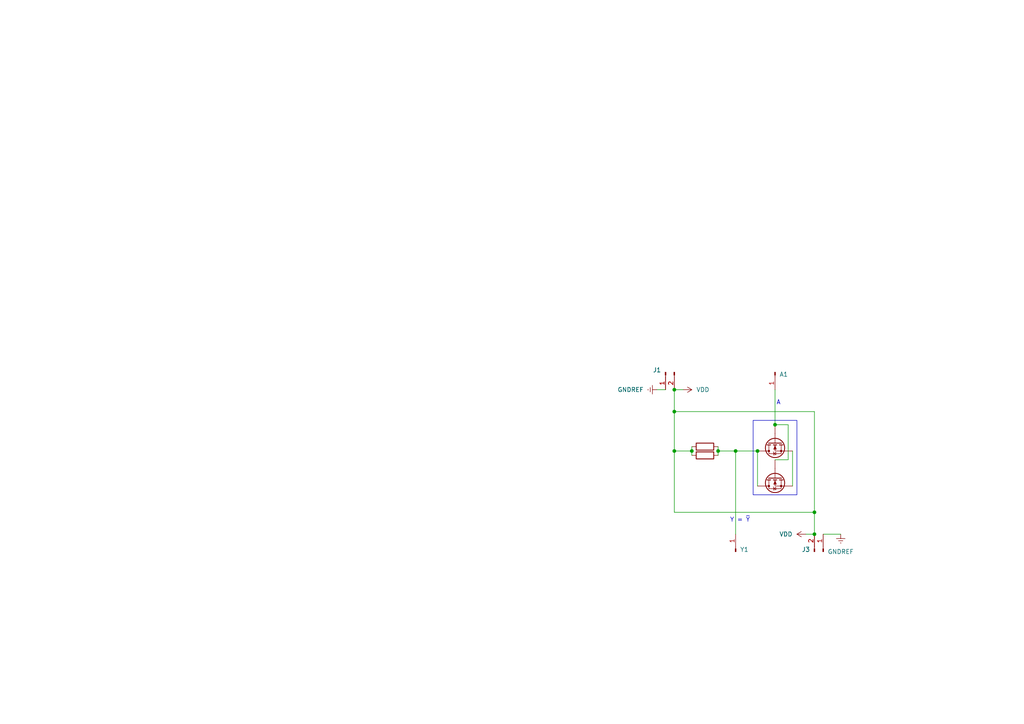
<source format=kicad_sch>
(kicad_sch
	(version 20250114)
	(generator "eeschema")
	(generator_version "9.0")
	(uuid "38b61d3a-980d-41e9-90d9-6607b9c2b652")
	(paper "A4")
	(title_block
		(title "NAND")
		(rev "1.0")
		(company "Cyborg Systems")
		(comment 1 "BlueChip")
	)
	(lib_symbols
		(symbol "2N7000_5"
			(pin_numbers
				(hide yes)
			)
			(pin_names
				(hide yes)
			)
			(exclude_from_sim no)
			(in_bom yes)
			(on_board yes)
			(property "Reference" "Q"
				(at 5.08 1.905 0)
				(effects
					(font
						(size 1.27 1.27)
					)
					(justify left)
				)
			)
			(property "Value" "2N7000"
				(at 5.08 0 0)
				(effects
					(font
						(size 1.27 1.27)
					)
					(justify left)
				)
			)
			(property "Footprint" "Package_TO_SOT_THT:TO-92_Inline"
				(at 5.08 -1.905 0)
				(effects
					(font
						(size 1.27 1.27)
						(italic yes)
					)
					(justify left)
					(hide yes)
				)
			)
			(property "Datasheet" "https://www.vishay.com/docs/70226/70226.pdf"
				(at 5.08 -3.81 0)
				(effects
					(font
						(size 1.27 1.27)
					)
					(justify left)
					(hide yes)
				)
			)
			(property "Description" "0.2A Id, 200V Vds, N-Channel MOSFET, 2.6V Logic Level, TO-92"
				(at 0 0 0)
				(effects
					(font
						(size 1.27 1.27)
					)
					(hide yes)
				)
			)
			(property "ki_keywords" "N-Channel MOSFET Logic-Level"
				(at 0 0 0)
				(effects
					(font
						(size 1.27 1.27)
					)
					(hide yes)
				)
			)
			(property "ki_fp_filters" "TO?92*"
				(at 0 0 0)
				(effects
					(font
						(size 1.27 1.27)
					)
					(hide yes)
				)
			)
			(symbol "2N7000_5_0_1"
				(polyline
					(pts
						(xy 0.254 1.905) (xy 0.254 -1.905)
					)
					(stroke
						(width 0.254)
						(type default)
					)
					(fill
						(type none)
					)
				)
				(polyline
					(pts
						(xy 0.254 0) (xy -2.54 0)
					)
					(stroke
						(width 0)
						(type default)
					)
					(fill
						(type none)
					)
				)
				(polyline
					(pts
						(xy 0.762 2.286) (xy 0.762 1.27)
					)
					(stroke
						(width 0.254)
						(type default)
					)
					(fill
						(type none)
					)
				)
				(polyline
					(pts
						(xy 0.762 0.508) (xy 0.762 -0.508)
					)
					(stroke
						(width 0.254)
						(type default)
					)
					(fill
						(type none)
					)
				)
				(polyline
					(pts
						(xy 0.762 -1.27) (xy 0.762 -2.286)
					)
					(stroke
						(width 0.254)
						(type default)
					)
					(fill
						(type none)
					)
				)
				(polyline
					(pts
						(xy 0.762 -1.778) (xy 3.302 -1.778) (xy 3.302 1.778) (xy 0.762 1.778)
					)
					(stroke
						(width 0)
						(type default)
					)
					(fill
						(type none)
					)
				)
				(polyline
					(pts
						(xy 1.016 0) (xy 2.032 0.381) (xy 2.032 -0.381) (xy 1.016 0)
					)
					(stroke
						(width 0)
						(type default)
					)
					(fill
						(type outline)
					)
				)
				(circle
					(center 1.651 0)
					(radius 2.794)
					(stroke
						(width 0.254)
						(type default)
					)
					(fill
						(type none)
					)
				)
				(polyline
					(pts
						(xy 2.54 2.54) (xy 2.54 1.778)
					)
					(stroke
						(width 0)
						(type default)
					)
					(fill
						(type none)
					)
				)
				(circle
					(center 2.54 1.778)
					(radius 0.254)
					(stroke
						(width 0)
						(type default)
					)
					(fill
						(type outline)
					)
				)
				(circle
					(center 2.54 -1.778)
					(radius 0.254)
					(stroke
						(width 0)
						(type default)
					)
					(fill
						(type outline)
					)
				)
				(polyline
					(pts
						(xy 2.54 -2.54) (xy 2.54 0) (xy 0.762 0)
					)
					(stroke
						(width 0)
						(type default)
					)
					(fill
						(type none)
					)
				)
				(polyline
					(pts
						(xy 2.794 0.508) (xy 2.921 0.381) (xy 3.683 0.381) (xy 3.81 0.254)
					)
					(stroke
						(width 0)
						(type default)
					)
					(fill
						(type none)
					)
				)
				(polyline
					(pts
						(xy 3.302 0.381) (xy 2.921 -0.254) (xy 3.683 -0.254) (xy 3.302 0.381)
					)
					(stroke
						(width 0)
						(type default)
					)
					(fill
						(type none)
					)
				)
			)
			(symbol "2N7000_5_1_1"
				(pin input line
					(at -5.08 0 0)
					(length 2.54)
					(name "G"
						(effects
							(font
								(size 1.27 1.27)
							)
						)
					)
					(number "2"
						(effects
							(font
								(size 1.27 1.27)
							)
						)
					)
				)
				(pin passive line
					(at 2.54 5.08 270)
					(length 2.54)
					(name "D"
						(effects
							(font
								(size 1.27 1.27)
							)
						)
					)
					(number "3"
						(effects
							(font
								(size 1.27 1.27)
							)
						)
					)
				)
				(pin passive line
					(at 2.54 -5.08 90)
					(length 2.54)
					(name "S"
						(effects
							(font
								(size 1.27 1.27)
							)
						)
					)
					(number "1"
						(effects
							(font
								(size 1.27 1.27)
							)
						)
					)
				)
			)
			(embedded_fonts no)
		)
		(symbol "2N7000_6"
			(pin_numbers
				(hide yes)
			)
			(pin_names
				(hide yes)
			)
			(exclude_from_sim no)
			(in_bom yes)
			(on_board yes)
			(property "Reference" "Q"
				(at 5.08 1.905 0)
				(effects
					(font
						(size 1.27 1.27)
					)
					(justify left)
				)
			)
			(property "Value" "2N7000"
				(at 5.08 0 0)
				(effects
					(font
						(size 1.27 1.27)
					)
					(justify left)
				)
			)
			(property "Footprint" "Package_TO_SOT_THT:TO-92_Inline"
				(at 5.08 -1.905 0)
				(effects
					(font
						(size 1.27 1.27)
						(italic yes)
					)
					(justify left)
					(hide yes)
				)
			)
			(property "Datasheet" "https://www.vishay.com/docs/70226/70226.pdf"
				(at 5.08 -3.81 0)
				(effects
					(font
						(size 1.27 1.27)
					)
					(justify left)
					(hide yes)
				)
			)
			(property "Description" "0.2A Id, 200V Vds, N-Channel MOSFET, 2.6V Logic Level, TO-92"
				(at 0 0 0)
				(effects
					(font
						(size 1.27 1.27)
					)
					(hide yes)
				)
			)
			(property "ki_keywords" "N-Channel MOSFET Logic-Level"
				(at 0 0 0)
				(effects
					(font
						(size 1.27 1.27)
					)
					(hide yes)
				)
			)
			(property "ki_fp_filters" "TO?92*"
				(at 0 0 0)
				(effects
					(font
						(size 1.27 1.27)
					)
					(hide yes)
				)
			)
			(symbol "2N7000_6_0_1"
				(polyline
					(pts
						(xy 0.254 1.905) (xy 0.254 -1.905)
					)
					(stroke
						(width 0.254)
						(type default)
					)
					(fill
						(type none)
					)
				)
				(polyline
					(pts
						(xy 0.254 0) (xy -2.54 0)
					)
					(stroke
						(width 0)
						(type default)
					)
					(fill
						(type none)
					)
				)
				(polyline
					(pts
						(xy 0.762 2.286) (xy 0.762 1.27)
					)
					(stroke
						(width 0.254)
						(type default)
					)
					(fill
						(type none)
					)
				)
				(polyline
					(pts
						(xy 0.762 0.508) (xy 0.762 -0.508)
					)
					(stroke
						(width 0.254)
						(type default)
					)
					(fill
						(type none)
					)
				)
				(polyline
					(pts
						(xy 0.762 -1.27) (xy 0.762 -2.286)
					)
					(stroke
						(width 0.254)
						(type default)
					)
					(fill
						(type none)
					)
				)
				(polyline
					(pts
						(xy 0.762 -1.778) (xy 3.302 -1.778) (xy 3.302 1.778) (xy 0.762 1.778)
					)
					(stroke
						(width 0)
						(type default)
					)
					(fill
						(type none)
					)
				)
				(polyline
					(pts
						(xy 1.016 0) (xy 2.032 0.381) (xy 2.032 -0.381) (xy 1.016 0)
					)
					(stroke
						(width 0)
						(type default)
					)
					(fill
						(type outline)
					)
				)
				(circle
					(center 1.651 0)
					(radius 2.794)
					(stroke
						(width 0.254)
						(type default)
					)
					(fill
						(type none)
					)
				)
				(polyline
					(pts
						(xy 2.54 2.54) (xy 2.54 1.778)
					)
					(stroke
						(width 0)
						(type default)
					)
					(fill
						(type none)
					)
				)
				(circle
					(center 2.54 1.778)
					(radius 0.254)
					(stroke
						(width 0)
						(type default)
					)
					(fill
						(type outline)
					)
				)
				(circle
					(center 2.54 -1.778)
					(radius 0.254)
					(stroke
						(width 0)
						(type default)
					)
					(fill
						(type outline)
					)
				)
				(polyline
					(pts
						(xy 2.54 -2.54) (xy 2.54 0) (xy 0.762 0)
					)
					(stroke
						(width 0)
						(type default)
					)
					(fill
						(type none)
					)
				)
				(polyline
					(pts
						(xy 2.794 0.508) (xy 2.921 0.381) (xy 3.683 0.381) (xy 3.81 0.254)
					)
					(stroke
						(width 0)
						(type default)
					)
					(fill
						(type none)
					)
				)
				(polyline
					(pts
						(xy 3.302 0.381) (xy 2.921 -0.254) (xy 3.683 -0.254) (xy 3.302 0.381)
					)
					(stroke
						(width 0)
						(type default)
					)
					(fill
						(type none)
					)
				)
			)
			(symbol "2N7000_6_1_1"
				(pin input line
					(at -5.08 0 0)
					(length 2.54)
					(name "G"
						(effects
							(font
								(size 1.27 1.27)
							)
						)
					)
					(number "2"
						(effects
							(font
								(size 1.27 1.27)
							)
						)
					)
				)
				(pin passive line
					(at 2.54 5.08 270)
					(length 2.54)
					(name "D"
						(effects
							(font
								(size 1.27 1.27)
							)
						)
					)
					(number "3"
						(effects
							(font
								(size 1.27 1.27)
							)
						)
					)
				)
				(pin passive line
					(at 2.54 -5.08 90)
					(length 2.54)
					(name "S"
						(effects
							(font
								(size 1.27 1.27)
							)
						)
					)
					(number "1"
						(effects
							(font
								(size 1.27 1.27)
							)
						)
					)
				)
			)
			(embedded_fonts no)
		)
		(symbol "Connector:Conn_01x01_Pin"
			(pin_names
				(offset 1.016)
				(hide yes)
			)
			(exclude_from_sim no)
			(in_bom yes)
			(on_board yes)
			(property "Reference" "J"
				(at 0 2.54 0)
				(effects
					(font
						(size 1.27 1.27)
					)
				)
			)
			(property "Value" "Conn_01x01_Pin"
				(at 0 -2.54 0)
				(effects
					(font
						(size 1.27 1.27)
					)
				)
			)
			(property "Footprint" ""
				(at 0 0 0)
				(effects
					(font
						(size 1.27 1.27)
					)
					(hide yes)
				)
			)
			(property "Datasheet" "~"
				(at 0 0 0)
				(effects
					(font
						(size 1.27 1.27)
					)
					(hide yes)
				)
			)
			(property "Description" "Generic connector, single row, 01x01, script generated"
				(at 0 0 0)
				(effects
					(font
						(size 1.27 1.27)
					)
					(hide yes)
				)
			)
			(property "ki_locked" ""
				(at 0 0 0)
				(effects
					(font
						(size 1.27 1.27)
					)
				)
			)
			(property "ki_keywords" "connector"
				(at 0 0 0)
				(effects
					(font
						(size 1.27 1.27)
					)
					(hide yes)
				)
			)
			(property "ki_fp_filters" "Connector*:*_1x??_*"
				(at 0 0 0)
				(effects
					(font
						(size 1.27 1.27)
					)
					(hide yes)
				)
			)
			(symbol "Conn_01x01_Pin_1_1"
				(rectangle
					(start 0.8636 0.127)
					(end 0 -0.127)
					(stroke
						(width 0.1524)
						(type default)
					)
					(fill
						(type outline)
					)
				)
				(polyline
					(pts
						(xy 1.27 0) (xy 0.8636 0)
					)
					(stroke
						(width 0.1524)
						(type default)
					)
					(fill
						(type none)
					)
				)
				(pin passive line
					(at 5.08 0 180)
					(length 3.81)
					(name "Pin_1"
						(effects
							(font
								(size 1.27 1.27)
							)
						)
					)
					(number "1"
						(effects
							(font
								(size 1.27 1.27)
							)
						)
					)
				)
			)
			(embedded_fonts no)
		)
		(symbol "Connector:Conn_01x02_Pin"
			(pin_names
				(offset 1.016)
				(hide yes)
			)
			(exclude_from_sim no)
			(in_bom yes)
			(on_board yes)
			(property "Reference" "J"
				(at 0 2.54 0)
				(effects
					(font
						(size 1.27 1.27)
					)
				)
			)
			(property "Value" "Conn_01x02_Pin"
				(at 0 -5.08 0)
				(effects
					(font
						(size 1.27 1.27)
					)
				)
			)
			(property "Footprint" ""
				(at 0 0 0)
				(effects
					(font
						(size 1.27 1.27)
					)
					(hide yes)
				)
			)
			(property "Datasheet" "~"
				(at 0 0 0)
				(effects
					(font
						(size 1.27 1.27)
					)
					(hide yes)
				)
			)
			(property "Description" "Generic connector, single row, 01x02, script generated"
				(at 0 0 0)
				(effects
					(font
						(size 1.27 1.27)
					)
					(hide yes)
				)
			)
			(property "ki_locked" ""
				(at 0 0 0)
				(effects
					(font
						(size 1.27 1.27)
					)
				)
			)
			(property "ki_keywords" "connector"
				(at 0 0 0)
				(effects
					(font
						(size 1.27 1.27)
					)
					(hide yes)
				)
			)
			(property "ki_fp_filters" "Connector*:*_1x??_*"
				(at 0 0 0)
				(effects
					(font
						(size 1.27 1.27)
					)
					(hide yes)
				)
			)
			(symbol "Conn_01x02_Pin_1_1"
				(rectangle
					(start 0.8636 0.127)
					(end 0 -0.127)
					(stroke
						(width 0.1524)
						(type default)
					)
					(fill
						(type outline)
					)
				)
				(rectangle
					(start 0.8636 -2.413)
					(end 0 -2.667)
					(stroke
						(width 0.1524)
						(type default)
					)
					(fill
						(type outline)
					)
				)
				(polyline
					(pts
						(xy 1.27 0) (xy 0.8636 0)
					)
					(stroke
						(width 0.1524)
						(type default)
					)
					(fill
						(type none)
					)
				)
				(polyline
					(pts
						(xy 1.27 -2.54) (xy 0.8636 -2.54)
					)
					(stroke
						(width 0.1524)
						(type default)
					)
					(fill
						(type none)
					)
				)
				(pin passive line
					(at 5.08 0 180)
					(length 3.81)
					(name "Pin_1"
						(effects
							(font
								(size 1.27 1.27)
							)
						)
					)
					(number "1"
						(effects
							(font
								(size 1.27 1.27)
							)
						)
					)
				)
				(pin passive line
					(at 5.08 -2.54 180)
					(length 3.81)
					(name "Pin_2"
						(effects
							(font
								(size 1.27 1.27)
							)
						)
					)
					(number "2"
						(effects
							(font
								(size 1.27 1.27)
							)
						)
					)
				)
			)
			(embedded_fonts no)
		)
		(symbol "Device:R"
			(pin_numbers
				(hide yes)
			)
			(pin_names
				(offset 0)
			)
			(exclude_from_sim no)
			(in_bom yes)
			(on_board yes)
			(property "Reference" "R"
				(at 2.032 0 90)
				(effects
					(font
						(size 1.27 1.27)
					)
				)
			)
			(property "Value" "R"
				(at 0 0 90)
				(effects
					(font
						(size 1.27 1.27)
					)
				)
			)
			(property "Footprint" ""
				(at -1.778 0 90)
				(effects
					(font
						(size 1.27 1.27)
					)
					(hide yes)
				)
			)
			(property "Datasheet" "~"
				(at 0 0 0)
				(effects
					(font
						(size 1.27 1.27)
					)
					(hide yes)
				)
			)
			(property "Description" "Resistor"
				(at 0 0 0)
				(effects
					(font
						(size 1.27 1.27)
					)
					(hide yes)
				)
			)
			(property "ki_keywords" "R res resistor"
				(at 0 0 0)
				(effects
					(font
						(size 1.27 1.27)
					)
					(hide yes)
				)
			)
			(property "ki_fp_filters" "R_*"
				(at 0 0 0)
				(effects
					(font
						(size 1.27 1.27)
					)
					(hide yes)
				)
			)
			(symbol "R_0_1"
				(rectangle
					(start -1.016 -2.54)
					(end 1.016 2.54)
					(stroke
						(width 0.254)
						(type default)
					)
					(fill
						(type none)
					)
				)
			)
			(symbol "R_1_1"
				(pin passive line
					(at 0 3.81 270)
					(length 1.27)
					(name "~"
						(effects
							(font
								(size 1.27 1.27)
							)
						)
					)
					(number "1"
						(effects
							(font
								(size 1.27 1.27)
							)
						)
					)
				)
				(pin passive line
					(at 0 -3.81 90)
					(length 1.27)
					(name "~"
						(effects
							(font
								(size 1.27 1.27)
							)
						)
					)
					(number "2"
						(effects
							(font
								(size 1.27 1.27)
							)
						)
					)
				)
			)
			(embedded_fonts no)
		)
		(symbol "power:GNDREF"
			(power)
			(pin_numbers
				(hide yes)
			)
			(pin_names
				(offset 0)
				(hide yes)
			)
			(exclude_from_sim no)
			(in_bom yes)
			(on_board yes)
			(property "Reference" "#PWR"
				(at 0 -6.35 0)
				(effects
					(font
						(size 1.27 1.27)
					)
					(hide yes)
				)
			)
			(property "Value" "GNDREF"
				(at 0 -3.81 0)
				(effects
					(font
						(size 1.27 1.27)
					)
				)
			)
			(property "Footprint" ""
				(at 0 0 0)
				(effects
					(font
						(size 1.27 1.27)
					)
					(hide yes)
				)
			)
			(property "Datasheet" ""
				(at 0 0 0)
				(effects
					(font
						(size 1.27 1.27)
					)
					(hide yes)
				)
			)
			(property "Description" "Power symbol creates a global label with name \"GNDREF\" , reference supply ground"
				(at 0 0 0)
				(effects
					(font
						(size 1.27 1.27)
					)
					(hide yes)
				)
			)
			(property "ki_keywords" "global power"
				(at 0 0 0)
				(effects
					(font
						(size 1.27 1.27)
					)
					(hide yes)
				)
			)
			(symbol "GNDREF_0_1"
				(polyline
					(pts
						(xy -0.635 -1.905) (xy 0.635 -1.905)
					)
					(stroke
						(width 0)
						(type default)
					)
					(fill
						(type none)
					)
				)
				(polyline
					(pts
						(xy -0.127 -2.54) (xy 0.127 -2.54)
					)
					(stroke
						(width 0)
						(type default)
					)
					(fill
						(type none)
					)
				)
				(polyline
					(pts
						(xy 0 -1.27) (xy 0 0)
					)
					(stroke
						(width 0)
						(type default)
					)
					(fill
						(type none)
					)
				)
				(polyline
					(pts
						(xy 1.27 -1.27) (xy -1.27 -1.27)
					)
					(stroke
						(width 0)
						(type default)
					)
					(fill
						(type none)
					)
				)
			)
			(symbol "GNDREF_1_1"
				(pin power_in line
					(at 0 0 270)
					(length 0)
					(name "~"
						(effects
							(font
								(size 1.27 1.27)
							)
						)
					)
					(number "1"
						(effects
							(font
								(size 1.27 1.27)
							)
						)
					)
				)
			)
			(embedded_fonts no)
		)
		(symbol "power:VDD"
			(power)
			(pin_numbers
				(hide yes)
			)
			(pin_names
				(offset 0)
				(hide yes)
			)
			(exclude_from_sim no)
			(in_bom yes)
			(on_board yes)
			(property "Reference" "#PWR"
				(at 0 -3.81 0)
				(effects
					(font
						(size 1.27 1.27)
					)
					(hide yes)
				)
			)
			(property "Value" "VDD"
				(at 0 3.556 0)
				(effects
					(font
						(size 1.27 1.27)
					)
				)
			)
			(property "Footprint" ""
				(at 0 0 0)
				(effects
					(font
						(size 1.27 1.27)
					)
					(hide yes)
				)
			)
			(property "Datasheet" ""
				(at 0 0 0)
				(effects
					(font
						(size 1.27 1.27)
					)
					(hide yes)
				)
			)
			(property "Description" "Power symbol creates a global label with name \"VDD\""
				(at 0 0 0)
				(effects
					(font
						(size 1.27 1.27)
					)
					(hide yes)
				)
			)
			(property "ki_keywords" "global power"
				(at 0 0 0)
				(effects
					(font
						(size 1.27 1.27)
					)
					(hide yes)
				)
			)
			(symbol "VDD_0_1"
				(polyline
					(pts
						(xy -0.762 1.27) (xy 0 2.54)
					)
					(stroke
						(width 0)
						(type default)
					)
					(fill
						(type none)
					)
				)
				(polyline
					(pts
						(xy 0 2.54) (xy 0.762 1.27)
					)
					(stroke
						(width 0)
						(type default)
					)
					(fill
						(type none)
					)
				)
				(polyline
					(pts
						(xy 0 0) (xy 0 2.54)
					)
					(stroke
						(width 0)
						(type default)
					)
					(fill
						(type none)
					)
				)
			)
			(symbol "VDD_1_1"
				(pin power_in line
					(at 0 0 90)
					(length 0)
					(name "~"
						(effects
							(font
								(size 1.27 1.27)
							)
						)
					)
					(number "1"
						(effects
							(font
								(size 1.27 1.27)
							)
						)
					)
				)
			)
			(embedded_fonts no)
		)
	)
	(rectangle
		(start 218.44 121.92)
		(end 231.14 143.51)
		(stroke
			(width 0)
			(type default)
		)
		(fill
			(type none)
		)
		(uuid 498f5288-4282-46f4-83d2-c9c644a6f1bf)
	)
	(text "Y = ~{Y}"
		(exclude_from_sim no)
		(at 214.63 150.876 0)
		(effects
			(font
				(size 1.27 1.27)
			)
		)
		(uuid "9d215df9-bd44-4112-9990-47d3bd92ef8a")
	)
	(text "A"
		(exclude_from_sim no)
		(at 225.806 116.84 0)
		(effects
			(font
				(size 1.27 1.27)
			)
		)
		(uuid "a4616ef1-eb33-4252-bca3-2f7ec1b2df3b")
	)
	(junction
		(at 195.58 113.03)
		(diameter 0)
		(color 0 0 0 0)
		(uuid "125e6b5e-084c-4575-af11-5bd7f7016d63")
	)
	(junction
		(at 200.66 130.81)
		(diameter 0)
		(color 0 0 0 0)
		(uuid "24d1f6b5-591c-4cd4-8e2a-8af5784889fd")
	)
	(junction
		(at 213.36 130.81)
		(diameter 0)
		(color 0 0 0 0)
		(uuid "261263e4-3c57-47d9-b0e5-cabd3cdc2d3a")
	)
	(junction
		(at 208.28 130.81)
		(diameter 0)
		(color 0 0 0 0)
		(uuid "2796aac5-d613-4c9e-becc-c209be3d61ea")
	)
	(junction
		(at 224.79 123.19)
		(diameter 0)
		(color 0 0 0 0)
		(uuid "39a66b68-6852-407a-a0b3-14b727280d98")
	)
	(junction
		(at 195.58 130.81)
		(diameter 0)
		(color 0 0 0 0)
		(uuid "6a98f719-32af-4fee-82f0-57afbe6acd23")
	)
	(junction
		(at 236.22 148.59)
		(diameter 0)
		(color 0 0 0 0)
		(uuid "75f67fc5-d4b5-4677-8478-7c8174de07d0")
	)
	(junction
		(at 219.71 130.81)
		(diameter 0)
		(color 0 0 0 0)
		(uuid "76ab2393-64c0-48b0-b124-d340021edb1c")
	)
	(junction
		(at 236.22 154.94)
		(diameter 0)
		(color 0 0 0 0)
		(uuid "7e849bba-b303-4fbb-8327-86ac59e800b9")
	)
	(junction
		(at 195.58 119.38)
		(diameter 0)
		(color 0 0 0 0)
		(uuid "88d9ce10-c324-4023-bc41-6609ef2ce5a3")
	)
	(wire
		(pts
			(xy 213.36 130.81) (xy 219.71 130.81)
		)
		(stroke
			(width 0)
			(type default)
		)
		(uuid "0035ee6a-954c-4c19-8f38-806b5a79a60d")
	)
	(wire
		(pts
			(xy 208.28 130.81) (xy 213.36 130.81)
		)
		(stroke
			(width 0)
			(type default)
		)
		(uuid "0d875061-b4a1-4554-8ae2-b5716420c751")
	)
	(wire
		(pts
			(xy 219.71 130.81) (xy 219.71 140.97)
		)
		(stroke
			(width 0)
			(type default)
		)
		(uuid "0f94888b-5c9f-4c87-9daf-b588b4b22d6b")
	)
	(wire
		(pts
			(xy 195.58 130.81) (xy 195.58 148.59)
		)
		(stroke
			(width 0)
			(type default)
		)
		(uuid "168bae68-bada-40ab-85dc-9356e5854b03")
	)
	(wire
		(pts
			(xy 233.68 154.94) (xy 236.22 154.94)
		)
		(stroke
			(width 0)
			(type default)
		)
		(uuid "37da6236-3d59-435e-9841-d8c7e554bb41")
	)
	(wire
		(pts
			(xy 198.12 113.03) (xy 195.58 113.03)
		)
		(stroke
			(width 0)
			(type default)
		)
		(uuid "41fc1afa-06cd-4995-a357-797b778da37d")
	)
	(wire
		(pts
			(xy 200.66 129.54) (xy 200.66 130.81)
		)
		(stroke
			(width 0)
			(type default)
		)
		(uuid "4284d28e-924f-43c3-b48a-e905c5303c05")
	)
	(wire
		(pts
			(xy 236.22 119.38) (xy 236.22 148.59)
		)
		(stroke
			(width 0)
			(type default)
		)
		(uuid "450eadc9-31b4-48ad-92e4-d4aa7b4cae87")
	)
	(wire
		(pts
			(xy 228.6 133.35) (xy 228.6 123.19)
		)
		(stroke
			(width 0)
			(type default)
		)
		(uuid "561f0286-63ab-4088-92b6-f1160743f2cb")
	)
	(wire
		(pts
			(xy 243.84 154.94) (xy 238.76 154.94)
		)
		(stroke
			(width 0)
			(type default)
		)
		(uuid "5fc12dac-8e34-494b-89c0-e5124df1d2e8")
	)
	(wire
		(pts
			(xy 195.58 119.38) (xy 236.22 119.38)
		)
		(stroke
			(width 0)
			(type default)
		)
		(uuid "610faac7-32f9-4e10-95f8-cc62f7f252b7")
	)
	(wire
		(pts
			(xy 195.58 119.38) (xy 195.58 130.81)
		)
		(stroke
			(width 0)
			(type default)
		)
		(uuid "65a4366e-e545-41ef-a061-6b63feda31d3")
	)
	(wire
		(pts
			(xy 224.79 133.35) (xy 228.6 133.35)
		)
		(stroke
			(width 0)
			(type default)
		)
		(uuid "7d10330b-9950-4b87-b688-e559b62b9650")
	)
	(wire
		(pts
			(xy 195.58 148.59) (xy 236.22 148.59)
		)
		(stroke
			(width 0)
			(type default)
		)
		(uuid "83309776-ecf0-490b-b1fc-6b1b6667d420")
	)
	(wire
		(pts
			(xy 229.87 130.81) (xy 229.87 140.97)
		)
		(stroke
			(width 0)
			(type default)
		)
		(uuid "9005adbc-0aa2-4252-8566-c892bdb4dc90")
	)
	(wire
		(pts
			(xy 224.79 123.19) (xy 228.6 123.19)
		)
		(stroke
			(width 0)
			(type default)
		)
		(uuid "90347ac8-74bd-4841-890b-36af7bf8c54a")
	)
	(wire
		(pts
			(xy 224.79 113.03) (xy 224.79 123.19)
		)
		(stroke
			(width 0)
			(type default)
		)
		(uuid "99942e85-aabd-4c02-b5b5-c0995a6da239")
	)
	(wire
		(pts
			(xy 200.66 130.81) (xy 200.66 132.08)
		)
		(stroke
			(width 0)
			(type default)
		)
		(uuid "a1fbed5e-09a5-45d6-a273-5ed9c925a3ba")
	)
	(wire
		(pts
			(xy 208.28 129.54) (xy 208.28 130.81)
		)
		(stroke
			(width 0)
			(type default)
		)
		(uuid "a54fdbb7-ab6b-4b2f-97df-67e1fb44a670")
	)
	(wire
		(pts
			(xy 195.58 130.81) (xy 200.66 130.81)
		)
		(stroke
			(width 0)
			(type default)
		)
		(uuid "a709f9b2-116f-4976-8e1b-37b64c5d77a9")
	)
	(wire
		(pts
			(xy 213.36 130.81) (xy 213.36 154.94)
		)
		(stroke
			(width 0)
			(type default)
		)
		(uuid "c1fbcf2c-5559-4851-905b-fe1e22ed4e45")
	)
	(wire
		(pts
			(xy 236.22 148.59) (xy 236.22 154.94)
		)
		(stroke
			(width 0)
			(type default)
		)
		(uuid "c580cfd5-794f-4ad5-a5ad-95471a4446e9")
	)
	(wire
		(pts
			(xy 190.5 113.03) (xy 193.04 113.03)
		)
		(stroke
			(width 0)
			(type default)
		)
		(uuid "c75db0dc-37ef-49ac-8341-1817c705072c")
	)
	(wire
		(pts
			(xy 208.28 130.81) (xy 208.28 132.08)
		)
		(stroke
			(width 0)
			(type default)
		)
		(uuid "e08681b4-d153-406f-87e0-b5d0819e300d")
	)
	(wire
		(pts
			(xy 195.58 113.03) (xy 195.58 119.38)
		)
		(stroke
			(width 0)
			(type default)
		)
		(uuid "f0b930cb-78b1-484e-8ae5-0506258508e8")
	)
	(symbol
		(lib_id "Device:R")
		(at 204.47 129.54 90)
		(unit 1)
		(exclude_from_sim no)
		(in_bom yes)
		(on_board yes)
		(dnp no)
		(fields_autoplaced yes)
		(uuid "12ad597e-e7b9-49a7-a0b1-733c83f5a452")
		(property "Reference" "R5"
			(at 203.1999 127 0)
			(effects
				(font
					(size 1.27 1.27)
				)
				(justify left)
				(hide yes)
			)
		)
		(property "Value" "R"
			(at 205.7399 127 0)
			(effects
				(font
					(size 1.27 1.27)
				)
				(justify left)
				(hide yes)
			)
		)
		(property "Footprint" "Resistor_THT:R_Axial_DIN0207_L6.3mm_D2.5mm_P10.16mm_Horizontal"
			(at 204.47 131.318 90)
			(effects
				(font
					(size 1.27 1.27)
				)
				(hide yes)
			)
		)
		(property "Datasheet" "~"
			(at 204.47 129.54 0)
			(effects
				(font
					(size 1.27 1.27)
				)
				(hide yes)
			)
		)
		(property "Description" "Resistor"
			(at 204.47 129.54 0)
			(effects
				(font
					(size 1.27 1.27)
				)
				(hide yes)
			)
		)
		(pin "1"
			(uuid "30ce2ac5-0f10-4d49-a65b-1624f0da4039")
		)
		(pin "2"
			(uuid "e030266b-188b-4b80-91f1-1710e9115fe9")
		)
		(instances
			(project "XOR_LED"
				(path "/38b61d3a-980d-41e9-90d9-6607b9c2b652"
					(reference "R5")
					(unit 1)
				)
			)
		)
	)
	(symbol
		(lib_id "power:VDD")
		(at 233.68 154.94 90)
		(mirror x)
		(unit 1)
		(exclude_from_sim no)
		(in_bom yes)
		(on_board yes)
		(dnp no)
		(uuid "27361628-b1ba-47a9-9281-d8b88577f2e7")
		(property "Reference" "#PWR010"
			(at 237.49 154.94 0)
			(effects
				(font
					(size 1.27 1.27)
				)
				(hide yes)
			)
		)
		(property "Value" "VDD"
			(at 229.87 154.9399 90)
			(effects
				(font
					(size 1.27 1.27)
				)
				(justify left)
			)
		)
		(property "Footprint" ""
			(at 233.68 154.94 0)
			(effects
				(font
					(size 1.27 1.27)
				)
				(hide yes)
			)
		)
		(property "Datasheet" ""
			(at 233.68 154.94 0)
			(effects
				(font
					(size 1.27 1.27)
				)
				(hide yes)
			)
		)
		(property "Description" "Power symbol creates a global label with name \"VDD\""
			(at 233.68 154.94 0)
			(effects
				(font
					(size 1.27 1.27)
				)
				(hide yes)
			)
		)
		(pin "1"
			(uuid "1eb9f015-2cf6-47a8-b40c-ee1668e0938a")
		)
		(instances
			(project "NAND"
				(path "/38b61d3a-980d-41e9-90d9-6607b9c2b652"
					(reference "#PWR010")
					(unit 1)
				)
			)
		)
	)
	(symbol
		(lib_id "Connector:Conn_01x02_Pin")
		(at 238.76 160.02 270)
		(mirror x)
		(unit 1)
		(exclude_from_sim no)
		(in_bom yes)
		(on_board yes)
		(dnp no)
		(fields_autoplaced yes)
		(uuid "5fe689e1-59e4-4723-bca5-209462cc518d")
		(property "Reference" "J3"
			(at 234.95 159.3849 90)
			(effects
				(font
					(size 1.27 1.27)
				)
				(justify right)
			)
		)
		(property "Value" "Conn_01x02_Pin"
			(at 240.03 158.1151 90)
			(effects
				(font
					(size 1.27 1.27)
				)
				(justify left)
				(hide yes)
			)
		)
		(property "Footprint" "Connector_PinSocket_2.54mm:PinSocket_1x02_P2.54mm_Vertical"
			(at 238.76 160.02 0)
			(effects
				(font
					(size 1.27 1.27)
				)
				(hide yes)
			)
		)
		(property "Datasheet" "~"
			(at 238.76 160.02 0)
			(effects
				(font
					(size 1.27 1.27)
				)
				(hide yes)
			)
		)
		(property "Description" "Generic connector, single row, 01x02, script generated"
			(at 238.76 160.02 0)
			(effects
				(font
					(size 1.27 1.27)
				)
				(hide yes)
			)
		)
		(pin "2"
			(uuid "c2ca9be7-d468-487b-bb39-05048d05da43")
		)
		(pin "1"
			(uuid "3b2dfa27-cf4d-4c6a-a10b-4b4d596fa45f")
		)
		(instances
			(project "XOR_LED"
				(path "/38b61d3a-980d-41e9-90d9-6607b9c2b652"
					(reference "J3")
					(unit 1)
				)
			)
		)
	)
	(symbol
		(lib_id "Device:R")
		(at 204.47 132.08 90)
		(unit 1)
		(exclude_from_sim no)
		(in_bom yes)
		(on_board yes)
		(dnp no)
		(fields_autoplaced yes)
		(uuid "6b099490-a6f0-4b64-b612-dacc7ba5d858")
		(property "Reference" "R15"
			(at 203.1999 129.54 0)
			(effects
				(font
					(size 1.27 1.27)
				)
				(justify left)
				(hide yes)
			)
		)
		(property "Value" "R"
			(at 205.7399 129.54 0)
			(effects
				(font
					(size 1.27 1.27)
				)
				(justify left)
				(hide yes)
			)
		)
		(property "Footprint" "Resistor_SMD:R_1206_3216Metric"
			(at 204.47 133.858 90)
			(effects
				(font
					(size 1.27 1.27)
				)
				(hide yes)
			)
		)
		(property "Datasheet" "~"
			(at 204.47 132.08 0)
			(effects
				(font
					(size 1.27 1.27)
				)
				(hide yes)
			)
		)
		(property "Description" "Resistor"
			(at 204.47 132.08 0)
			(effects
				(font
					(size 1.27 1.27)
				)
				(hide yes)
			)
		)
		(pin "1"
			(uuid "4a1f2a8c-068b-44f2-a47a-bc7d89259df1")
		)
		(pin "2"
			(uuid "56d93557-1d6a-43d2-a26f-834090b5e65a")
		)
		(instances
			(project "XOR_LED"
				(path "/38b61d3a-980d-41e9-90d9-6607b9c2b652"
					(reference "R15")
					(unit 1)
				)
			)
		)
	)
	(symbol
		(lib_id "Connector:Conn_01x02_Pin")
		(at 193.04 107.95 90)
		(mirror x)
		(unit 1)
		(exclude_from_sim no)
		(in_bom yes)
		(on_board yes)
		(dnp no)
		(uuid "89c722ea-038e-45ce-8620-8d166498fc83")
		(property "Reference" "J1"
			(at 191.77 107.3149 90)
			(effects
				(font
					(size 1.27 1.27)
				)
				(justify left)
			)
		)
		(property "Value" "Conn_01x02_Pin"
			(at 191.77 109.8549 90)
			(effects
				(font
					(size 1.27 1.27)
				)
				(justify left)
				(hide yes)
			)
		)
		(property "Footprint" "Connector_PinSocket_2.54mm:PinSocket_1x02_P2.54mm_Vertical"
			(at 193.04 107.95 0)
			(effects
				(font
					(size 1.27 1.27)
				)
				(hide yes)
			)
		)
		(property "Datasheet" "~"
			(at 193.04 107.95 0)
			(effects
				(font
					(size 1.27 1.27)
				)
				(hide yes)
			)
		)
		(property "Description" "Generic connector, single row, 01x02, script generated"
			(at 193.04 107.95 0)
			(effects
				(font
					(size 1.27 1.27)
				)
				(hide yes)
			)
		)
		(pin "2"
			(uuid "29759959-3ab6-4624-88e8-7dfc82332c75")
		)
		(pin "1"
			(uuid "4521e5ed-edaa-49c6-b952-4fe399bc47ac")
		)
		(instances
			(project "XOR_LED"
				(path "/38b61d3a-980d-41e9-90d9-6607b9c2b652"
					(reference "J1")
					(unit 1)
				)
			)
		)
	)
	(symbol
		(lib_id "power:VDD")
		(at 198.12 113.03 270)
		(unit 1)
		(exclude_from_sim no)
		(in_bom yes)
		(on_board yes)
		(dnp no)
		(uuid "95fe54a0-9d1f-4c3a-839b-636892e52d97")
		(property "Reference" "#PWR01"
			(at 194.31 113.03 0)
			(effects
				(font
					(size 1.27 1.27)
				)
				(hide yes)
			)
		)
		(property "Value" "VDD"
			(at 201.93 113.0299 90)
			(effects
				(font
					(size 1.27 1.27)
				)
				(justify left)
			)
		)
		(property "Footprint" ""
			(at 198.12 113.03 0)
			(effects
				(font
					(size 1.27 1.27)
				)
				(hide yes)
			)
		)
		(property "Datasheet" ""
			(at 198.12 113.03 0)
			(effects
				(font
					(size 1.27 1.27)
				)
				(hide yes)
			)
		)
		(property "Description" "Power symbol creates a global label with name \"VDD\""
			(at 198.12 113.03 0)
			(effects
				(font
					(size 1.27 1.27)
				)
				(hide yes)
			)
		)
		(pin "1"
			(uuid "d83fcb21-aa32-414c-8ec1-2f4b00f1e042")
		)
		(instances
			(project "XOR_LED"
				(path "/38b61d3a-980d-41e9-90d9-6607b9c2b652"
					(reference "#PWR01")
					(unit 1)
				)
			)
		)
	)
	(symbol
		(lib_id "Connector:Conn_01x01_Pin")
		(at 224.79 107.95 270)
		(unit 1)
		(exclude_from_sim no)
		(in_bom yes)
		(on_board yes)
		(dnp no)
		(fields_autoplaced yes)
		(uuid "a2749ad2-d7f7-4221-82c3-039f23057df8")
		(property "Reference" "A1"
			(at 226.06 108.5849 90)
			(effects
				(font
					(size 1.27 1.27)
				)
				(justify left)
			)
		)
		(property "Value" "Conn_01x01_Pin"
			(at 227.33 108.585 0)
			(effects
				(font
					(size 1.27 1.27)
				)
				(hide yes)
			)
		)
		(property "Footprint" "Connector_PinHeader_2.54mm:PinHeader_1x01_P2.54mm_Vertical"
			(at 224.79 107.95 0)
			(effects
				(font
					(size 1.27 1.27)
				)
				(hide yes)
			)
		)
		(property "Datasheet" "~"
			(at 224.79 107.95 0)
			(effects
				(font
					(size 1.27 1.27)
				)
				(hide yes)
			)
		)
		(property "Description" "Generic connector, single row, 01x01, script generated"
			(at 224.79 107.95 0)
			(effects
				(font
					(size 1.27 1.27)
				)
				(hide yes)
			)
		)
		(pin "1"
			(uuid "17af8b66-2f13-456b-a55d-39933b72c542")
		)
		(instances
			(project "XOR_LED"
				(path "/38b61d3a-980d-41e9-90d9-6607b9c2b652"
					(reference "A1")
					(unit 1)
				)
			)
		)
	)
	(symbol
		(lib_name "2N7000_5")
		(lib_id "Transistor_FET:2N7000")
		(at 224.79 138.43 90)
		(mirror x)
		(unit 1)
		(exclude_from_sim no)
		(in_bom yes)
		(on_board yes)
		(dnp no)
		(uuid "b3183746-d1ff-409e-81a3-7d322dd6a7ee")
		(property "Reference" "Q13"
			(at 224.79 147.32 90)
			(effects
				(font
					(size 1.27 1.27)
				)
				(hide yes)
			)
		)
		(property "Value" "2N7000"
			(at 224.79 144.78 90)
			(effects
				(font
					(size 1.27 1.27)
				)
				(hide yes)
			)
		)
		(property "Footprint" "Package_TO_SOT_SMD:SOT-23"
			(at 226.695 143.51 0)
			(effects
				(font
					(size 1.27 1.27)
					(italic yes)
				)
				(justify left)
				(hide yes)
			)
		)
		(property "Datasheet" "https://www.vishay.com/docs/70226/70226.pdf"
			(at 228.6 143.51 0)
			(effects
				(font
					(size 1.27 1.27)
				)
				(justify left)
				(hide yes)
			)
		)
		(property "Description" "0.2A Id, 200V Vds, N-Channel MOSFET, 2.6V Logic Level, TO-92"
			(at 224.79 138.43 0)
			(effects
				(font
					(size 1.27 1.27)
				)
				(hide yes)
			)
		)
		(pin "1"
			(uuid "1aec07c2-bf74-49a1-abf2-346a6b1b0b37")
		)
		(pin "2"
			(uuid "9c49f003-0580-4155-8d57-6144dcece666")
		)
		(pin "3"
			(uuid "abfd71c1-9b5e-4d04-85c6-ee1e8a979893")
		)
		(instances
			(project "XOR_LED"
				(path "/38b61d3a-980d-41e9-90d9-6607b9c2b652"
					(reference "Q13")
					(unit 1)
				)
			)
		)
	)
	(symbol
		(lib_id "power:GNDREF")
		(at 243.84 154.94 0)
		(unit 1)
		(exclude_from_sim no)
		(in_bom yes)
		(on_board yes)
		(dnp no)
		(uuid "c0cb57a2-e66a-4fe6-a49e-749311c3381e")
		(property "Reference" "#PWR04"
			(at 243.84 161.29 0)
			(effects
				(font
					(size 1.27 1.27)
				)
				(hide yes)
			)
		)
		(property "Value" "GNDREF"
			(at 243.84 160.02 0)
			(effects
				(font
					(size 1.27 1.27)
				)
			)
		)
		(property "Footprint" ""
			(at 243.84 154.94 0)
			(effects
				(font
					(size 1.27 1.27)
				)
				(hide yes)
			)
		)
		(property "Datasheet" ""
			(at 243.84 154.94 0)
			(effects
				(font
					(size 1.27 1.27)
				)
				(hide yes)
			)
		)
		(property "Description" "Power symbol creates a global label with name \"GNDREF\" , reference supply ground"
			(at 243.84 154.94 0)
			(effects
				(font
					(size 1.27 1.27)
				)
				(hide yes)
			)
		)
		(pin "1"
			(uuid "6b57dcfb-3035-4f28-97cb-4c7924432d88")
		)
		(instances
			(project "XOR_LED"
				(path "/38b61d3a-980d-41e9-90d9-6607b9c2b652"
					(reference "#PWR04")
					(unit 1)
				)
			)
		)
	)
	(symbol
		(lib_name "2N7000_6")
		(lib_id "Transistor_FET:2N7000")
		(at 224.79 128.27 90)
		(mirror x)
		(unit 1)
		(exclude_from_sim no)
		(in_bom yes)
		(on_board yes)
		(dnp no)
		(uuid "e00777c4-c1dd-499f-88d7-d8b81e370962")
		(property "Reference" "Q3"
			(at 224.79 137.16 90)
			(effects
				(font
					(size 1.27 1.27)
				)
				(hide yes)
			)
		)
		(property "Value" "2N7000"
			(at 224.79 134.62 90)
			(effects
				(font
					(size 1.27 1.27)
				)
				(hide yes)
			)
		)
		(property "Footprint" "Package_TO_SOT_THT:TO-92_Inline"
			(at 226.695 133.35 0)
			(effects
				(font
					(size 1.27 1.27)
					(italic yes)
				)
				(justify left)
				(hide yes)
			)
		)
		(property "Datasheet" "https://www.vishay.com/docs/70226/70226.pdf"
			(at 228.6 133.35 0)
			(effects
				(font
					(size 1.27 1.27)
				)
				(justify left)
				(hide yes)
			)
		)
		(property "Description" "0.2A Id, 200V Vds, N-Channel MOSFET, 2.6V Logic Level, TO-92"
			(at 224.79 128.27 0)
			(effects
				(font
					(size 1.27 1.27)
				)
				(hide yes)
			)
		)
		(pin "1"
			(uuid "cf941ab0-17fb-40c1-b674-fce0452cb7de")
		)
		(pin "2"
			(uuid "fab914f8-2282-4f8b-ac5e-9396fb3b5f9c")
		)
		(pin "3"
			(uuid "1bb29165-56a7-4c30-9499-1a781b81b377")
		)
		(instances
			(project "XOR_LED"
				(path "/38b61d3a-980d-41e9-90d9-6607b9c2b652"
					(reference "Q3")
					(unit 1)
				)
			)
		)
	)
	(symbol
		(lib_id "Connector:Conn_01x01_Pin")
		(at 213.36 160.02 270)
		(mirror x)
		(unit 1)
		(exclude_from_sim no)
		(in_bom yes)
		(on_board yes)
		(dnp no)
		(uuid "e058576f-ed37-4ee2-ab8f-23f419df50fc")
		(property "Reference" "Y1"
			(at 214.63 159.3849 90)
			(effects
				(font
					(size 1.27 1.27)
				)
				(justify left)
			)
		)
		(property "Value" "Conn_01x01_Pin"
			(at 215.9 159.385 0)
			(effects
				(font
					(size 1.27 1.27)
				)
				(hide yes)
			)
		)
		(property "Footprint" "Connector_PinHeader_2.54mm:PinHeader_1x01_P2.54mm_Vertical"
			(at 213.36 160.02 0)
			(effects
				(font
					(size 1.27 1.27)
				)
				(hide yes)
			)
		)
		(property "Datasheet" "~"
			(at 213.36 160.02 0)
			(effects
				(font
					(size 1.27 1.27)
				)
				(hide yes)
			)
		)
		(property "Description" "Generic connector, single row, 01x01, script generated"
			(at 213.36 160.02 0)
			(effects
				(font
					(size 1.27 1.27)
				)
				(hide yes)
			)
		)
		(pin "1"
			(uuid "d8a20c44-fa87-44d3-89d9-86d57704d5cf")
		)
		(instances
			(project "XOR_LED"
				(path "/38b61d3a-980d-41e9-90d9-6607b9c2b652"
					(reference "Y1")
					(unit 1)
				)
			)
		)
	)
	(symbol
		(lib_id "power:GNDREF")
		(at 190.5 113.03 270)
		(unit 1)
		(exclude_from_sim no)
		(in_bom yes)
		(on_board yes)
		(dnp no)
		(fields_autoplaced yes)
		(uuid "fd7fcf44-a3f7-4d56-b91b-22b94ff734d1")
		(property "Reference" "#PWR02"
			(at 184.15 113.03 0)
			(effects
				(font
					(size 1.27 1.27)
				)
				(hide yes)
			)
		)
		(property "Value" "GNDREF"
			(at 186.69 113.0299 90)
			(effects
				(font
					(size 1.27 1.27)
				)
				(justify right)
			)
		)
		(property "Footprint" ""
			(at 190.5 113.03 0)
			(effects
				(font
					(size 1.27 1.27)
				)
				(hide yes)
			)
		)
		(property "Datasheet" ""
			(at 190.5 113.03 0)
			(effects
				(font
					(size 1.27 1.27)
				)
				(hide yes)
			)
		)
		(property "Description" "Power symbol creates a global label with name \"GNDREF\" , reference supply ground"
			(at 190.5 113.03 0)
			(effects
				(font
					(size 1.27 1.27)
				)
				(hide yes)
			)
		)
		(pin "1"
			(uuid "44d62ff3-740c-400d-800a-ef430a379700")
		)
		(instances
			(project "XOR_LED"
				(path "/38b61d3a-980d-41e9-90d9-6607b9c2b652"
					(reference "#PWR02")
					(unit 1)
				)
			)
		)
	)
	(sheet_instances
		(path "/"
			(page "1")
		)
	)
	(embedded_fonts no)
)

</source>
